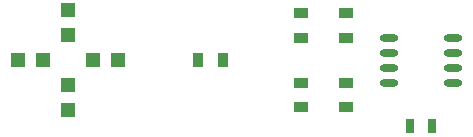
<source format=gbr>
G04*
G04 #@! TF.GenerationSoftware,Altium Limited,Altium Designer,24.9.1 (31)*
G04*
G04 Layer_Color=128*
%FSLAX25Y25*%
%MOIN*%
G70*
G04*
G04 #@! TF.SameCoordinates,DFC5EAFA-02C9-4576-AE6E-E5021E00C3BD*
G04*
G04*
G04 #@! TF.FilePolarity,Positive*
G04*
G01*
G75*
%ADD11R,0.04724X0.04724*%
%ADD12R,0.04724X0.03543*%
%ADD13R,0.02756X0.05118*%
%ADD14R,0.04724X0.04724*%
%ADD15R,0.03543X0.04724*%
%ADD16O,0.06102X0.02362*%
D11*
X112634Y106250D02*
D03*
X104366D02*
D03*
X137634D02*
D03*
X129366D02*
D03*
D12*
X198500Y113750D02*
D03*
Y122018D02*
D03*
X213500Y122018D02*
D03*
Y113750D02*
D03*
X198500Y90482D02*
D03*
Y98750D02*
D03*
X213500Y90482D02*
D03*
Y98750D02*
D03*
D13*
X234760Y84250D02*
D03*
X242240D02*
D03*
D14*
X121000Y122884D02*
D03*
Y114616D02*
D03*
Y97884D02*
D03*
Y89616D02*
D03*
D15*
X172634Y106250D02*
D03*
X164366D02*
D03*
D16*
X249130Y113750D02*
D03*
Y108750D02*
D03*
Y103750D02*
D03*
Y98750D02*
D03*
X227870Y113750D02*
D03*
Y108750D02*
D03*
Y103750D02*
D03*
Y98750D02*
D03*
M02*

</source>
